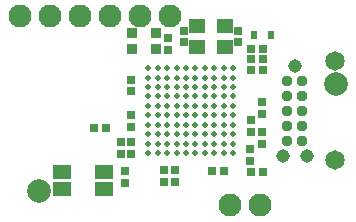
<source format=gbs>
%FSLAX24Y24*%
%MOIN*%
G70*
G01*
G75*
G04 Layer_Color=16711935*
%ADD10R,0.0197X0.0236*%
%ADD11R,0.0217X0.0236*%
%ADD12R,0.0394X0.0335*%
%ADD13R,0.0236X0.0335*%
%ADD14R,0.0236X0.0217*%
%ADD15R,0.0315X0.0295*%
%ADD16R,0.0335X0.0256*%
%ADD17R,0.0236X0.0197*%
%ADD18R,0.0709X0.0394*%
%ADD19R,0.0177X0.0177*%
G04:AMPARAMS|DCode=20|XSize=47.2mil|YSize=43.3mil|CornerRadius=0mil|HoleSize=0mil|Usage=FLASHONLY|Rotation=45.000|XOffset=0mil|YOffset=0mil|HoleType=Round|Shape=Rectangle|*
%AMROTATEDRECTD20*
4,1,4,-0.0014,-0.0320,-0.0320,-0.0014,0.0014,0.0320,0.0320,0.0014,-0.0014,-0.0320,0.0*
%
%ADD20ROTATEDRECTD20*%

%ADD21R,0.0256X0.0197*%
%ADD22R,0.0197X0.0256*%
%ADD23O,0.0256X0.0079*%
%ADD24O,0.0079X0.0256*%
%ADD25R,0.1850X0.1850*%
%ADD26R,0.0571X0.0217*%
%ADD27R,0.0571X0.0217*%
%ADD28R,0.2560X0.0400*%
%ADD29R,0.2960X0.0600*%
G04:AMPARAMS|DCode=30|XSize=19.7mil|YSize=23.6mil|CornerRadius=0mil|HoleSize=0mil|Usage=FLASHONLY|Rotation=225.000|XOffset=0mil|YOffset=0mil|HoleType=Round|Shape=Rectangle|*
%AMROTATEDRECTD30*
4,1,4,-0.0014,0.0153,0.0153,-0.0014,0.0014,-0.0153,-0.0153,0.0014,-0.0014,0.0153,0.0*
%
%ADD30ROTATEDRECTD30*%

%ADD31C,0.0394*%
%ADD32R,0.0157X0.0197*%
%ADD33C,0.0150*%
%ADD34C,0.0060*%
%ADD35C,0.0050*%
%ADD36C,0.0100*%
%ADD37C,0.0080*%
%ADD38C,0.0070*%
%ADD39C,0.0090*%
%ADD40C,0.0200*%
%ADD41R,0.0680X0.0410*%
%ADD42C,0.0390*%
%ADD43C,0.0197*%
%ADD44C,0.0118*%
%ADD45C,0.0591*%
%ADD46C,0.0709*%
%ADD47C,0.0240*%
%ADD48C,0.0138*%
%ADD49C,0.0310*%
%ADD50R,0.0551X0.0413*%
%ADD51R,0.0472X0.0433*%
%ADD52C,0.0098*%
%ADD53C,0.0039*%
%ADD54C,0.0079*%
%ADD55C,0.0059*%
%ADD56R,0.0257X0.0296*%
%ADD57R,0.0277X0.0296*%
%ADD58R,0.0454X0.0395*%
%ADD59R,0.0296X0.0395*%
%ADD60R,0.0296X0.0277*%
%ADD61R,0.0375X0.0355*%
%ADD62R,0.0395X0.0316*%
%ADD63R,0.0296X0.0257*%
%ADD64R,0.0769X0.0454*%
%ADD65R,0.0237X0.0237*%
G04:AMPARAMS|DCode=66|XSize=53.2mil|YSize=49.3mil|CornerRadius=0mil|HoleSize=0mil|Usage=FLASHONLY|Rotation=45.000|XOffset=0mil|YOffset=0mil|HoleType=Round|Shape=Rectangle|*
%AMROTATEDRECTD66*
4,1,4,-0.0014,-0.0363,-0.0363,-0.0014,0.0014,0.0363,0.0363,0.0014,-0.0014,-0.0363,0.0*
%
%ADD66ROTATEDRECTD66*%

%ADD67R,0.0316X0.0257*%
%ADD68R,0.0257X0.0316*%
%ADD69O,0.0316X0.0139*%
%ADD70O,0.0139X0.0316*%
%ADD71R,0.1910X0.1910*%
%ADD72R,0.0631X0.0277*%
%ADD73R,0.0631X0.0277*%
%ADD74R,0.2620X0.0460*%
%ADD75R,0.3020X0.0660*%
G04:AMPARAMS|DCode=76|XSize=25.7mil|YSize=29.6mil|CornerRadius=0mil|HoleSize=0mil|Usage=FLASHONLY|Rotation=225.000|XOffset=0mil|YOffset=0mil|HoleType=Round|Shape=Rectangle|*
%AMROTATEDRECTD76*
4,1,4,-0.0014,0.0196,0.0196,-0.0014,0.0014,-0.0196,-0.0196,0.0014,-0.0014,0.0196,0.0*
%
%ADD76ROTATEDRECTD76*%

%ADD77C,0.0787*%
%ADD78R,0.0217X0.0257*%
%ADD79C,0.0450*%
%ADD80C,0.0651*%
%ADD81C,0.0769*%
%ADD82C,0.0198*%
%ADD83C,0.0370*%
%ADD84R,0.0611X0.0473*%
%ADD85R,0.0532X0.0493*%
D56*
X6670Y5567D02*
D03*
Y5173D02*
D03*
X9030Y5423D02*
D03*
Y5817D02*
D03*
X7210Y5817D02*
D03*
Y5423D02*
D03*
X5450Y4187D02*
D03*
Y3793D02*
D03*
Y2603D02*
D03*
Y2997D02*
D03*
X9430Y1483D02*
D03*
Y1877D02*
D03*
D57*
X5100Y1703D02*
D03*
Y2097D02*
D03*
X5450Y1703D02*
D03*
Y2097D02*
D03*
X5260Y743D02*
D03*
Y1137D02*
D03*
X6560Y763D02*
D03*
Y1157D02*
D03*
X6920Y763D02*
D03*
Y1157D02*
D03*
X9800Y2053D02*
D03*
Y2447D02*
D03*
Y3033D02*
D03*
Y3427D02*
D03*
X9440Y2443D02*
D03*
Y2837D02*
D03*
D60*
X4223Y2570D02*
D03*
X4617D02*
D03*
X9453Y1110D02*
D03*
X9847D02*
D03*
X9443Y4510D02*
D03*
X9837D02*
D03*
X9443Y5210D02*
D03*
X9837D02*
D03*
D61*
X6270Y5736D02*
D03*
Y5204D02*
D03*
X5470Y5726D02*
D03*
Y5194D02*
D03*
D63*
X8153Y1140D02*
D03*
X8547D02*
D03*
X9837Y4860D02*
D03*
X9443D02*
D03*
D77*
X2370Y470D02*
D03*
X12290Y4050D02*
D03*
D78*
X10116Y5660D02*
D03*
X9564D02*
D03*
D79*
X11300Y1650D02*
D03*
X10500D02*
D03*
X10900Y4650D02*
D03*
D80*
X12250Y1490D02*
D03*
Y4800D02*
D03*
D81*
X9750Y0D02*
D03*
X8750D02*
D03*
X1750Y6300D02*
D03*
X2750D02*
D03*
X3750D02*
D03*
X6750D02*
D03*
X4750D02*
D03*
X5750D02*
D03*
D82*
X6023Y1733D02*
D03*
X6338D02*
D03*
X6653D02*
D03*
X6968D02*
D03*
X7283D02*
D03*
X7597D02*
D03*
X7912D02*
D03*
X8227D02*
D03*
X8542D02*
D03*
X8857D02*
D03*
X6023Y2048D02*
D03*
X6338D02*
D03*
X6653D02*
D03*
X6968D02*
D03*
X7283D02*
D03*
X7597D02*
D03*
X7912D02*
D03*
X8227D02*
D03*
X8542D02*
D03*
X8857D02*
D03*
X6023Y2363D02*
D03*
X6338D02*
D03*
X6653D02*
D03*
X6968D02*
D03*
X7283D02*
D03*
X7597D02*
D03*
X7912D02*
D03*
X8227D02*
D03*
X8542D02*
D03*
X8857D02*
D03*
X6023Y2678D02*
D03*
X6338D02*
D03*
X6653D02*
D03*
X6968D02*
D03*
X7283D02*
D03*
X7597D02*
D03*
X7912D02*
D03*
X8227D02*
D03*
X8542D02*
D03*
X8857D02*
D03*
X6023Y2993D02*
D03*
X6338D02*
D03*
X6653D02*
D03*
X6968D02*
D03*
X7283D02*
D03*
X7597D02*
D03*
X7912D02*
D03*
X8227D02*
D03*
X8542D02*
D03*
X8857D02*
D03*
X6023Y3307D02*
D03*
X6338D02*
D03*
X6653D02*
D03*
X6968D02*
D03*
X7283D02*
D03*
X7597D02*
D03*
X7912D02*
D03*
X8227D02*
D03*
X8542D02*
D03*
X8857D02*
D03*
X6023Y3622D02*
D03*
X6338D02*
D03*
X6653D02*
D03*
X6968D02*
D03*
X7283D02*
D03*
X7597D02*
D03*
X7912D02*
D03*
X8227D02*
D03*
X8542D02*
D03*
X8857D02*
D03*
X6023Y3937D02*
D03*
X6338D02*
D03*
X6653D02*
D03*
X6968D02*
D03*
X7283D02*
D03*
X7597D02*
D03*
X7912D02*
D03*
X8227D02*
D03*
X8542D02*
D03*
X8857D02*
D03*
X6023Y4252D02*
D03*
X6338D02*
D03*
X6653D02*
D03*
X6968D02*
D03*
X7283D02*
D03*
X7597D02*
D03*
X7912D02*
D03*
X8227D02*
D03*
X8542D02*
D03*
X8857D02*
D03*
X6023Y4567D02*
D03*
X6338D02*
D03*
X6653D02*
D03*
X6968D02*
D03*
X7283D02*
D03*
X7597D02*
D03*
X7912D02*
D03*
X8227D02*
D03*
X8542D02*
D03*
X8857D02*
D03*
D83*
X10650Y4150D02*
D03*
Y3650D02*
D03*
Y3150D02*
D03*
Y2650D02*
D03*
Y2150D02*
D03*
X11150D02*
D03*
Y2650D02*
D03*
Y3150D02*
D03*
Y3650D02*
D03*
Y4150D02*
D03*
D84*
X4559Y545D02*
D03*
Y1115D02*
D03*
X3141D02*
D03*
Y545D02*
D03*
D85*
X8590Y5971D02*
D03*
Y5269D02*
D03*
X7650Y5971D02*
D03*
Y5269D02*
D03*
M02*

</source>
